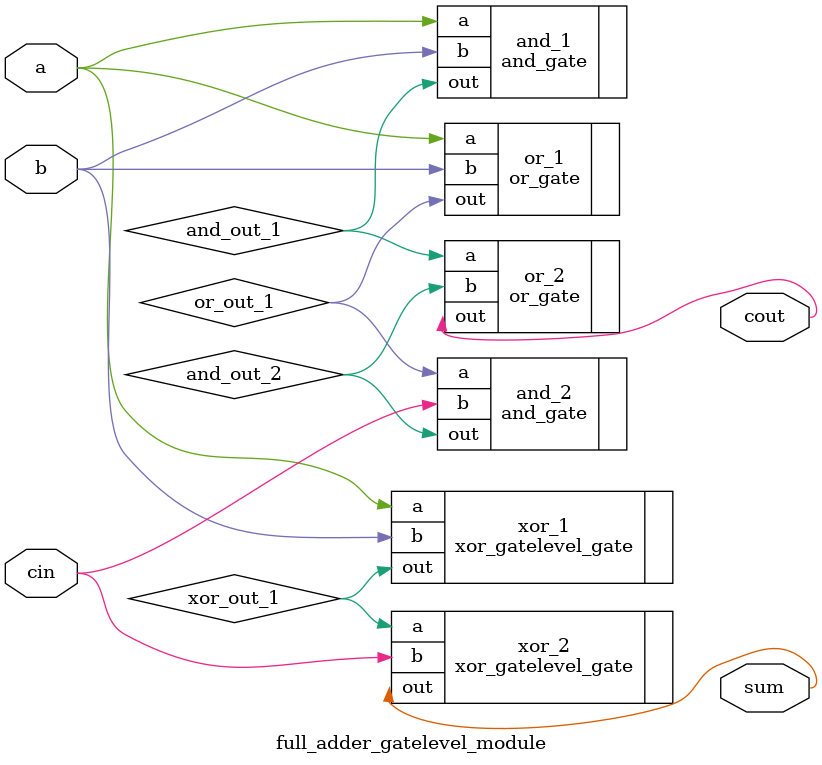
<source format=v>

module full_adder_gatelevel_module (a, b, cin, sum, cout);
	input a, b, cin;
	output sum, cout;

	wire xor_out_1;
//	wire xnor_out_1, xnor_out_2;
//	wire not_out_1;

	wire and_out_1, and_out_2;
	wire or_out_1;

	//sum
	xor_gatelevel_gate xor_1(.a(a), .b(b), .out(xor_out_1));
	xor_gatelevel_gate xor_2(.a(xor_out_1), .b(cin), .out(sum));
	//Fill this out

	//cout
	and_gate and_1 (.a(a), .b(b), .out(and_out_1));
	or_gate or_1 (.a(a), .b(b), .out(or_out_1));
	and_gate and_2 (.a(or_out_1), .b(cin), .out(and_out_2));
	or_gate or_2 (.a(and_out_1), .b(and_out_2), .out(cout));
	//Fill this out

endmodule
</source>
